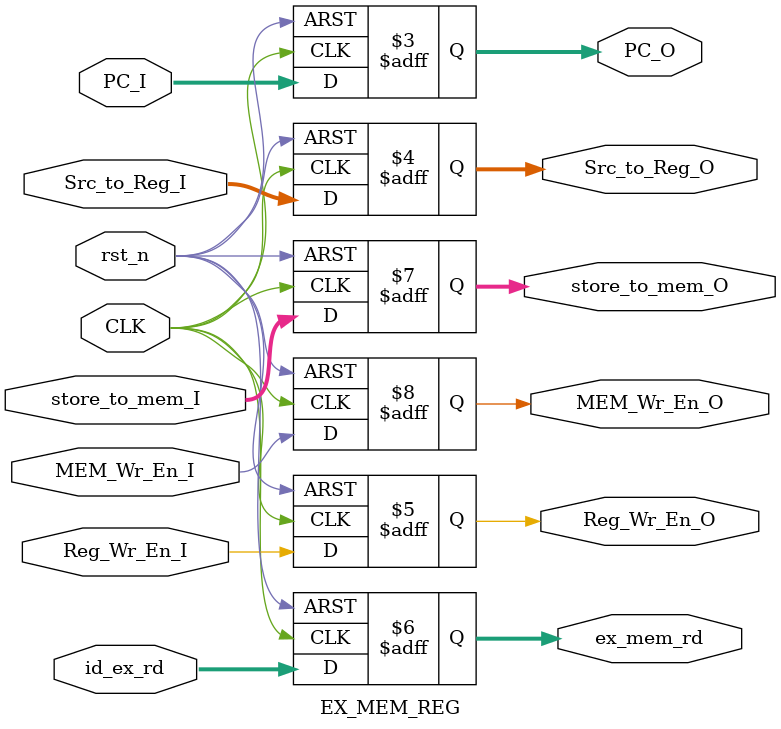
<source format=v>
module EX_MEM_REG #(
	parameter XLEN           = 32,
	parameter IMM_GEN 		 = 32
)
(
	////////////////////////// INPUT //////////////////////
	input wire 				 CLK,
	input wire          	 rst_n,
	// PC src
	input wire [31:0] 		 PC_I,
	// RegFiles srcs
	input wire [1:0]		 Src_to_Reg_I,
	input wire  		     Reg_Wr_En_I,
	input wire [4:0]      	 id_ex_rd,
	// Memory srcs
	input wire  [XLEN-1:0]   store_to_mem_I,
	input wire 		         MEM_Wr_En_I,
	////////////////////////// OUTPUT //////////////////////
	// PC src
	output reg [31:0] 		 PC_O,
	// RegFiles srcs
	output reg [1:0]		 Src_to_Reg_O,
	output reg  		     Reg_Wr_En_O,
	output reg [4:0]         ex_mem_rd,
	// Memory srcs
	output reg  [XLEN-1:0]   store_to_mem_O,
	output reg 		 		 MEM_Wr_En_O
);

// Reconstruction Signals / Register sources
reg [4:0] recon_rd;      

always @(posedge CLK,negedge rst_n) begin
	
	if (!rst_n) begin
		PC_O 		    <= 'b0;
		Reg_Wr_En_O     <= 1'b0;
		ex_mem_rd 	    <= 'b0;
		Src_to_Reg_O    <= 2'b0;
		MEM_Wr_En_O     <= 1'b0;
		store_to_mem_O  <= 'b0;
	end
	else begin
		PC_O 		    <= PC_I;
		Reg_Wr_En_O     <= Reg_Wr_En_I;
		Src_to_Reg_O    <= Src_to_Reg_I;
		ex_mem_rd 	    <= id_ex_rd;
		MEM_Wr_En_O     <= MEM_Wr_En_I;
		store_to_mem_O  <= store_to_mem_I;
	end

end

endmodule
</source>
